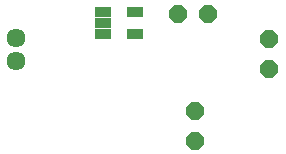
<source format=gts>
G75*
%MOIN*%
%OFA0B0*%
%FSLAX25Y25*%
%IPPOS*%
%LPD*%
%AMOC8*
5,1,8,0,0,1.08239X$1,22.5*
%
%ADD10OC8,0.06000*%
%ADD11R,0.05800X0.03300*%
%ADD12C,0.06343*%
D10*
X0073480Y0010724D03*
X0073480Y0020724D03*
X0098205Y0034661D03*
X0098205Y0044661D03*
X0077693Y0053047D03*
X0067693Y0053047D03*
D11*
X0053283Y0053638D03*
X0042654Y0053638D03*
X0042654Y0049898D03*
X0042654Y0046157D03*
X0053283Y0046157D03*
D12*
X0013835Y0037102D03*
X0013835Y0044976D03*
M02*

</source>
